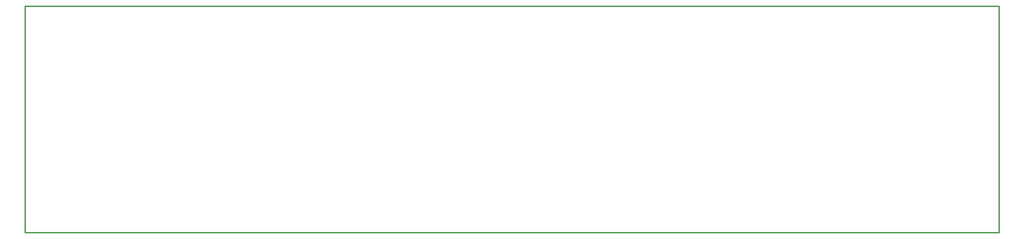
<source format=gko>
G04 Layer_Color=16711935*
%FSLAX44Y44*%
%MOMM*%
G71*
G01*
G75*
%ADD45C,0.6096*%
D45*
X0Y508000D02*
X4368800D01*
X0Y-508000D02*
X4368800D01*
Y508000D01*
X0Y-508000D02*
Y508000D01*
M02*

</source>
